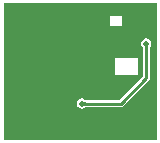
<source format=gbl>
G04*
G04 #@! TF.GenerationSoftware,Altium Limited,Altium Designer,25.8.1 (18)*
G04*
G04 Layer_Physical_Order=2*
G04 Layer_Color=16711680*
%FSLAX25Y25*%
%MOIN*%
G70*
G04*
G04 #@! TF.SameCoordinates,31E2A41C-BC31-4C51-A6E1-2EC11E0042B4*
G04*
G04*
G04 #@! TF.FilePolarity,Positive*
G04*
G01*
G75*
%ADD28C,0.01000*%
%ADD30C,0.02000*%
G36*
X151980Y101020D02*
X101020D01*
Y146481D01*
X151980D01*
Y101020D01*
D02*
G37*
%LPC*%
G36*
X140250Y142266D02*
X136750D01*
X136597Y142203D01*
X136533Y142050D01*
Y138950D01*
X136597Y138797D01*
X136750Y138733D01*
X140250D01*
X140403Y138797D01*
X140466Y138950D01*
Y142050D01*
X140403Y142203D01*
X140250Y142266D01*
D02*
G37*
G36*
X145610Y128281D02*
X138327D01*
X138174Y128218D01*
X138110Y128065D01*
Y122750D01*
X138174Y122597D01*
X138327Y122534D01*
X145610D01*
X145763Y122597D01*
X145827Y122750D01*
Y128065D01*
X145763Y128218D01*
X145610Y128281D01*
D02*
G37*
G36*
X148500Y134733D02*
X147837Y134601D01*
X147274Y134226D01*
X146899Y133663D01*
X146767Y133000D01*
X146899Y132337D01*
X147267Y131786D01*
X147267Y131784D01*
X147273Y131748D01*
X147276Y131707D01*
Y122007D01*
X139493Y114224D01*
X128279D01*
X128260Y114226D01*
X128216Y114233D01*
X128214Y114233D01*
X127663Y114601D01*
X127000Y114733D01*
X126337Y114601D01*
X125774Y114226D01*
X125399Y113663D01*
X125267Y113000D01*
X125399Y112337D01*
X125774Y111774D01*
X126337Y111399D01*
X127000Y111267D01*
X127663Y111399D01*
X128214Y111767D01*
X128216Y111767D01*
X128252Y111773D01*
X128294Y111776D01*
X140000D01*
X140468Y111870D01*
X140865Y112135D01*
X149365Y120635D01*
X149524Y120873D01*
X149630Y121032D01*
X149723Y121500D01*
Y131720D01*
X149726Y131740D01*
X149733Y131784D01*
X149733Y131786D01*
X150101Y132337D01*
X150233Y133000D01*
X150101Y133663D01*
X149726Y134226D01*
X149163Y134601D01*
X148500Y134733D01*
D02*
G37*
%LPD*%
G36*
X149162Y132243D02*
X149128Y132193D01*
X149098Y132136D01*
X149072Y132071D01*
X149050Y132000D01*
X149032Y131921D01*
X149018Y131835D01*
X149008Y131742D01*
X149000Y131534D01*
X148000D01*
X147998Y131642D01*
X147982Y131835D01*
X147968Y131921D01*
X147950Y132000D01*
X147928Y132071D01*
X147902Y132136D01*
X147872Y132193D01*
X147838Y132243D01*
X147800Y132286D01*
X149200D01*
X149162Y132243D01*
D02*
G37*
G36*
X127757Y113662D02*
X127807Y113628D01*
X127864Y113598D01*
X127928Y113572D01*
X128000Y113550D01*
X128079Y113532D01*
X128165Y113518D01*
X128258Y113508D01*
X128466Y113500D01*
Y112500D01*
X128358Y112498D01*
X128165Y112482D01*
X128079Y112468D01*
X128000Y112450D01*
X127928Y112428D01*
X127864Y112402D01*
X127807Y112372D01*
X127757Y112338D01*
X127714Y112300D01*
Y113700D01*
X127757Y113662D01*
D02*
G37*
D28*
X127000Y113000D02*
X140000D01*
X148500Y121500D01*
Y133000D01*
D30*
X142000Y119000D02*
D03*
X150000Y136000D02*
D03*
Y119500D02*
D03*
X148500Y133000D02*
D03*
X134500Y121000D02*
D03*
X126000Y108000D02*
D03*
X115000Y116500D02*
D03*
Y120000D02*
D03*
Y113500D02*
D03*
X127000Y113000D02*
D03*
M02*

</source>
